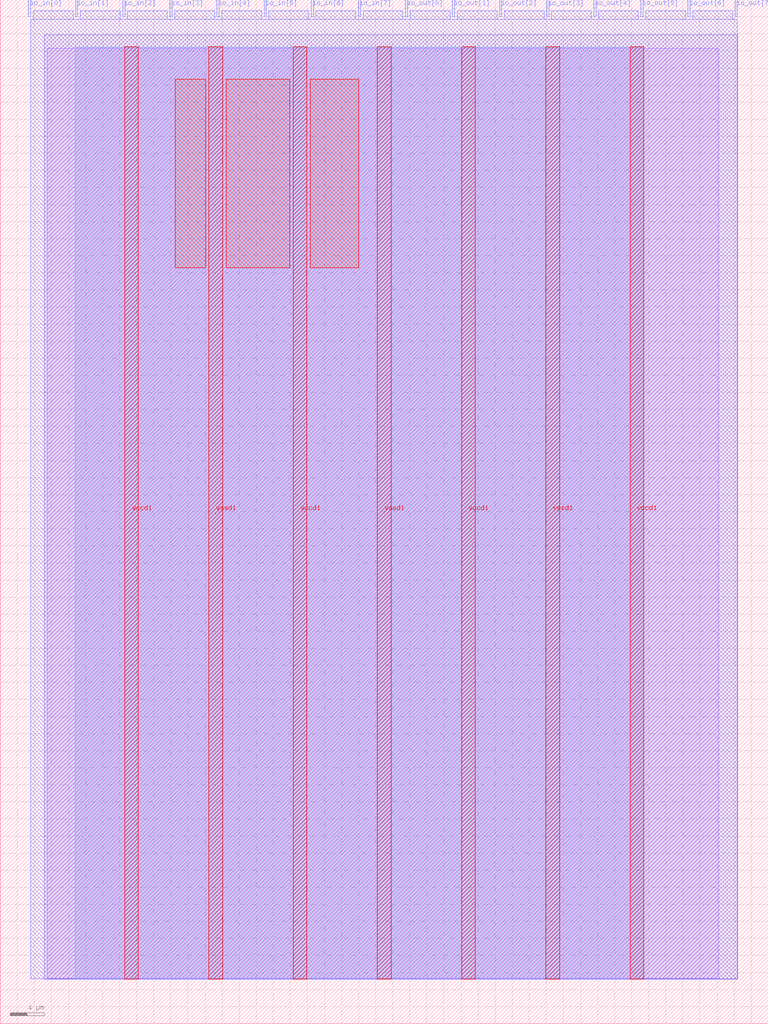
<source format=lef>
VERSION 5.7 ;
  NOWIREEXTENSIONATPIN ON ;
  DIVIDERCHAR "/" ;
  BUSBITCHARS "[]" ;
MACRO cpu_top
  CLASS BLOCK ;
  FOREIGN cpu_top ;
  ORIGIN 0.000 0.000 ;
  SIZE 90.000 BY 120.000 ;
  PIN io_in[0]
    DIRECTION INPUT ;
    USE SIGNAL ;
    PORT
      LAYER met2 ;
        RECT 3.310 118.000 3.590 120.000 ;
    END
  END io_in[0]
  PIN io_in[1]
    DIRECTION INPUT ;
    USE SIGNAL ;
    PORT
      LAYER met2 ;
        RECT 8.830 118.000 9.110 120.000 ;
    END
  END io_in[1]
  PIN io_in[2]
    DIRECTION INPUT ;
    USE SIGNAL ;
    PORT
      LAYER met2 ;
        RECT 14.350 118.000 14.630 120.000 ;
    END
  END io_in[2]
  PIN io_in[3]
    DIRECTION INPUT ;
    USE SIGNAL ;
    PORT
      LAYER met2 ;
        RECT 19.870 118.000 20.150 120.000 ;
    END
  END io_in[3]
  PIN io_in[4]
    DIRECTION INPUT ;
    USE SIGNAL ;
    PORT
      LAYER met2 ;
        RECT 25.390 118.000 25.670 120.000 ;
    END
  END io_in[4]
  PIN io_in[5]
    DIRECTION INPUT ;
    USE SIGNAL ;
    PORT
      LAYER met2 ;
        RECT 30.910 118.000 31.190 120.000 ;
    END
  END io_in[5]
  PIN io_in[6]
    DIRECTION INPUT ;
    USE SIGNAL ;
    PORT
      LAYER met2 ;
        RECT 36.430 118.000 36.710 120.000 ;
    END
  END io_in[6]
  PIN io_in[7]
    DIRECTION INPUT ;
    USE SIGNAL ;
    PORT
      LAYER met2 ;
        RECT 41.950 118.000 42.230 120.000 ;
    END
  END io_in[7]
  PIN io_out[0]
    DIRECTION OUTPUT TRISTATE ;
    USE SIGNAL ;
    PORT
      LAYER met2 ;
        RECT 47.470 118.000 47.750 120.000 ;
    END
  END io_out[0]
  PIN io_out[1]
    DIRECTION OUTPUT TRISTATE ;
    USE SIGNAL ;
    PORT
      LAYER met2 ;
        RECT 52.990 118.000 53.270 120.000 ;
    END
  END io_out[1]
  PIN io_out[2]
    DIRECTION OUTPUT TRISTATE ;
    USE SIGNAL ;
    PORT
      LAYER met2 ;
        RECT 58.510 118.000 58.790 120.000 ;
    END
  END io_out[2]
  PIN io_out[3]
    DIRECTION OUTPUT TRISTATE ;
    USE SIGNAL ;
    PORT
      LAYER met2 ;
        RECT 64.030 118.000 64.310 120.000 ;
    END
  END io_out[3]
  PIN io_out[4]
    DIRECTION OUTPUT TRISTATE ;
    USE SIGNAL ;
    PORT
      LAYER met2 ;
        RECT 69.550 118.000 69.830 120.000 ;
    END
  END io_out[4]
  PIN io_out[5]
    DIRECTION OUTPUT TRISTATE ;
    USE SIGNAL ;
    PORT
      LAYER met2 ;
        RECT 75.070 118.000 75.350 120.000 ;
    END
  END io_out[5]
  PIN io_out[6]
    DIRECTION OUTPUT TRISTATE ;
    USE SIGNAL ;
    PORT
      LAYER met2 ;
        RECT 80.590 118.000 80.870 120.000 ;
    END
  END io_out[6]
  PIN io_out[7]
    DIRECTION OUTPUT TRISTATE ;
    USE SIGNAL ;
    PORT
      LAYER met2 ;
        RECT 86.110 118.000 86.390 120.000 ;
    END
  END io_out[7]
  PIN vccd1
    DIRECTION INOUT ;
    USE POWER ;
    PORT
      LAYER met4 ;
        RECT 14.590 5.200 16.190 114.480 ;
    END
    PORT
      LAYER met4 ;
        RECT 34.330 5.200 35.930 114.480 ;
    END
    PORT
      LAYER met4 ;
        RECT 54.070 5.200 55.670 114.480 ;
    END
    PORT
      LAYER met4 ;
        RECT 73.810 5.200 75.410 114.480 ;
    END
  END vccd1
  PIN vssd1
    DIRECTION INOUT ;
    USE GROUND ;
    PORT
      LAYER met4 ;
        RECT 24.460 5.200 26.060 114.480 ;
    END
    PORT
      LAYER met4 ;
        RECT 44.200 5.200 45.800 114.480 ;
    END
    PORT
      LAYER met4 ;
        RECT 63.940 5.200 65.540 114.480 ;
    END
  END vssd1
  OBS
      LAYER li1 ;
        RECT 5.520 5.355 84.180 114.325 ;
      LAYER met1 ;
        RECT 5.130 5.200 86.410 115.900 ;
      LAYER met2 ;
        RECT 3.870 117.720 8.550 118.730 ;
        RECT 9.390 117.720 14.070 118.730 ;
        RECT 14.910 117.720 19.590 118.730 ;
        RECT 20.430 117.720 25.110 118.730 ;
        RECT 25.950 117.720 30.630 118.730 ;
        RECT 31.470 117.720 36.150 118.730 ;
        RECT 36.990 117.720 41.670 118.730 ;
        RECT 42.510 117.720 47.190 118.730 ;
        RECT 48.030 117.720 52.710 118.730 ;
        RECT 53.550 117.720 58.230 118.730 ;
        RECT 59.070 117.720 63.750 118.730 ;
        RECT 64.590 117.720 69.270 118.730 ;
        RECT 70.110 117.720 74.790 118.730 ;
        RECT 75.630 117.720 80.310 118.730 ;
        RECT 81.150 117.720 85.830 118.730 ;
        RECT 3.590 5.255 86.380 117.720 ;
      LAYER met3 ;
        RECT 8.805 5.275 75.400 114.405 ;
      LAYER met4 ;
        RECT 20.535 88.575 24.060 110.665 ;
        RECT 26.460 88.575 33.930 110.665 ;
        RECT 36.330 88.575 42.025 110.665 ;
  END
END cpu_top
END LIBRARY


</source>
